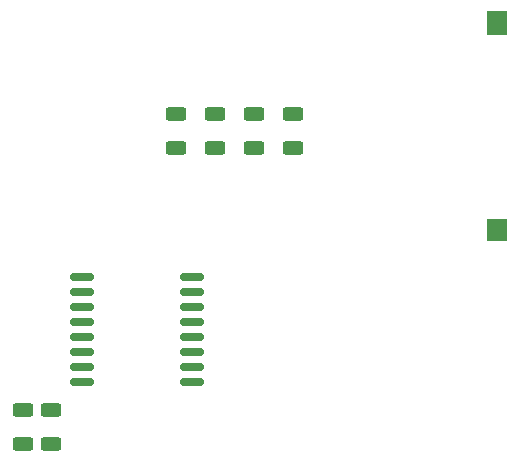
<source format=gbr>
%TF.GenerationSoftware,KiCad,Pcbnew,9.0.1*%
%TF.CreationDate,2025-06-17T23:00:35+08:00*%
%TF.ProjectId,EpochCounter,45706f63-6843-46f7-956e-7465722e6b69,rev?*%
%TF.SameCoordinates,Original*%
%TF.FileFunction,Paste,Top*%
%TF.FilePolarity,Positive*%
%FSLAX46Y46*%
G04 Gerber Fmt 4.6, Leading zero omitted, Abs format (unit mm)*
G04 Created by KiCad (PCBNEW 9.0.1) date 2025-06-17 23:00:35*
%MOMM*%
%LPD*%
G01*
G04 APERTURE LIST*
G04 Aperture macros list*
%AMRoundRect*
0 Rectangle with rounded corners*
0 $1 Rounding radius*
0 $2 $3 $4 $5 $6 $7 $8 $9 X,Y pos of 4 corners*
0 Add a 4 corners polygon primitive as box body*
4,1,4,$2,$3,$4,$5,$6,$7,$8,$9,$2,$3,0*
0 Add four circle primitives for the rounded corners*
1,1,$1+$1,$2,$3*
1,1,$1+$1,$4,$5*
1,1,$1+$1,$6,$7*
1,1,$1+$1,$8,$9*
0 Add four rect primitives between the rounded corners*
20,1,$1+$1,$2,$3,$4,$5,0*
20,1,$1+$1,$4,$5,$6,$7,0*
20,1,$1+$1,$6,$7,$8,$9,0*
20,1,$1+$1,$8,$9,$2,$3,0*%
G04 Aperture macros list end*
%ADD10R,1.791400X1.990600*%
%ADD11R,1.797400X1.914400*%
%ADD12RoundRect,0.250000X-0.625000X0.312500X-0.625000X-0.312500X0.625000X-0.312500X0.625000X0.312500X0*%
%ADD13RoundRect,0.250000X0.625000X-0.312500X0.625000X0.312500X-0.625000X0.312500X-0.625000X-0.312500X0*%
%ADD14RoundRect,0.150000X0.875000X0.150000X-0.875000X0.150000X-0.875000X-0.150000X0.875000X-0.150000X0*%
G04 APERTURE END LIST*
D10*
%TO.C,BT1*%
X173964600Y-82872700D03*
D11*
X173974300Y-100394000D03*
%TD*%
D12*
%TO.C,R6*%
X146788000Y-90575000D03*
X146788000Y-93500000D03*
%TD*%
D13*
%TO.C,R1*%
X136247000Y-118580500D03*
X136247000Y-115655500D03*
%TD*%
D14*
%TO.C,U2*%
X148136000Y-113308000D03*
X148136000Y-112038000D03*
X148136000Y-110768000D03*
X148136000Y-109498000D03*
X148136000Y-108228000D03*
X148136000Y-106958000D03*
X148136000Y-105688000D03*
X148136000Y-104418000D03*
X138836000Y-104418000D03*
X138836000Y-105688000D03*
X138836000Y-106958000D03*
X138836000Y-108228000D03*
X138836000Y-109498000D03*
X138836000Y-110768000D03*
X138836000Y-112038000D03*
X138836000Y-113308000D03*
%TD*%
D12*
%TO.C,R5*%
X150098000Y-90575000D03*
X150098000Y-93500000D03*
%TD*%
D13*
%TO.C,R2*%
X133834000Y-118580500D03*
X133834000Y-115655500D03*
%TD*%
D12*
%TO.C,R3*%
X156718000Y-90575000D03*
X156718000Y-93500000D03*
%TD*%
%TO.C,R4*%
X153408000Y-90575000D03*
X153408000Y-93500000D03*
%TD*%
M02*

</source>
